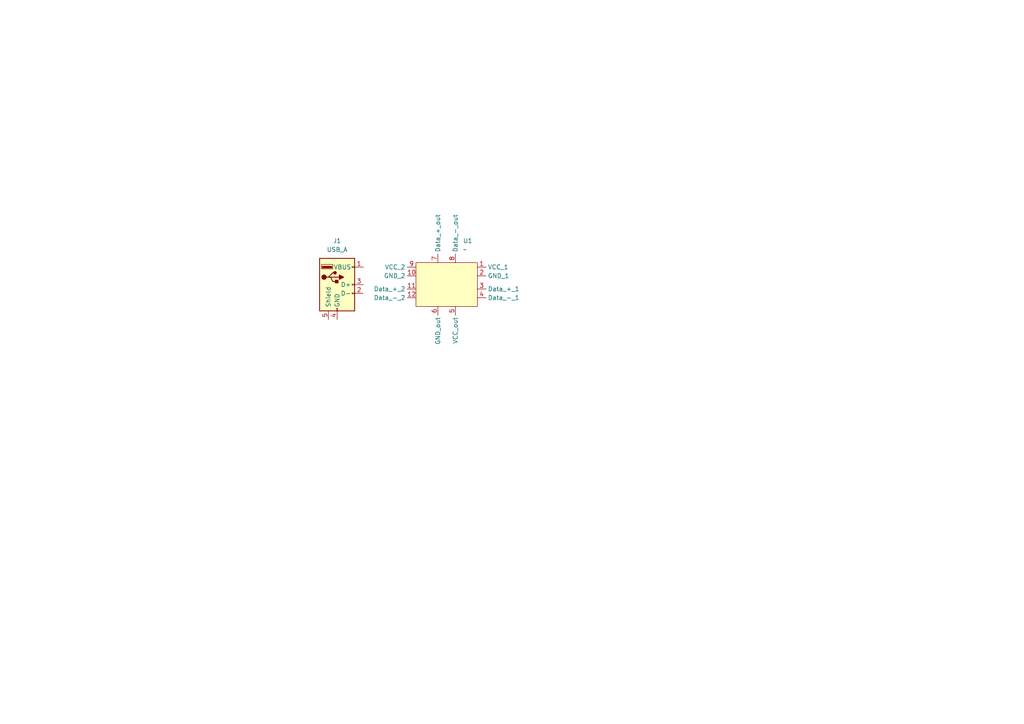
<source format=kicad_sch>
(kicad_sch (version 20231120) (generator "eeschema") (generator_version "8.0")
  (paper "A4")
  (lib_symbols
    (symbol "Connector:USB_A" (pin_names (offset 1.016))
      (property "Reference" "J" (at -5.08 11.43 0))
      (property "Value" "USB_A" (at -5.08 8.89 0))
      (symbol "USB_A_0_1"
        (rectangle (start -5.08 -7.62) (end 5.08 7.62) (stroke (width 0.254)) (fill (type background)))
        (circle (center -3.81 2.159) (radius 0.635) (stroke (width 0.254)) (fill (type outline)))
        (rectangle (start -1.524 4.826) (end -4.318 5.334) (fill (type outline)))
        (rectangle (start -1.27 4.572) (end -4.572 5.842))
        (circle (center -0.635 3.429) (radius 0.381) (stroke (width 0.254)) (fill (type outline)))
        (rectangle (start -0.127 -7.62) (end 0.127 -6.858))
        (polyline (pts (xy -3.175 2.159) (xy -2.54 2.159) (xy -1.27 3.429) (xy -0.635 3.429)) (stroke (width 0.254)))
        (polyline (pts (xy -2.54 2.159) (xy -1.905 2.159) (xy -1.27 0.889) (xy 0 0.889)) (stroke (width 0.254)))
        (polyline (pts (xy 0.635 2.794) (xy 0.635 1.524) (xy 1.905 2.159) (xy 0.635 2.794)) (stroke (width 0.254)) (fill (type outline)))
        (rectangle (start 0.254 1.27) (end -0.508 0.508) (stroke (width 0.254)) (fill (type outline)))
        (rectangle (start 5.08 -2.667) (end 4.318 -2.413))
        (rectangle (start 5.08 -0.127) (end 4.318 0.127))
        (rectangle (start 5.08 4.953) (end 4.318 5.207))
      )
      (symbol "USB_A_1_1"
        (polyline (pts (xy -1.905 2.159) (xy 0.635 2.159)) (stroke (width 0.254)))
        (pin power_in line (at 7.62 5.08 180) (length 2.54) (name "VBUS") (number "1"))
        (pin bidirectional line (at 7.62 -2.54 180) (length 2.54) (name "D-") (number "2"))
        (pin bidirectional line (at 7.62 0 180) (length 2.54) (name "D+") (number "3"))
        (pin power_in line (at 0 -10.16 90) (length 2.54) (name "GND") (number "4"))
        (pin passive line (at -2.54 -10.16 90) (length 2.54) (name "Shield") (number "5"))
      )
    )
    (symbol "mes_interrupteurs:MTS-403"
      (property "Reference" "U" (at 0 7.874 0))
      (symbol "MTS-403_1_1"
        (rectangle (start -8.89 6.35) (end 8.89 -6.35) (fill (type background)))
        (pin input line (at 8.89 5.08 0) (length 2.54) (name "VCC_1") (number "1"))
        (pin input line (at -8.89 2.54 180) (length 2.54) (name "GND_2") (number "10"))
        (pin input line (at -8.89 -1.27 180) (length 2.54) (name "Data_+_2") (number "11"))
        (pin input line (at -8.89 -3.81 180) (length 2.54) (name "Data_-_2") (number "12"))
        (pin input line (at 8.89 2.54 0) (length 2.54) (name "GND_1") (number "2"))
        (pin input line (at 8.89 -1.27 0) (length 2.54) (name "Data_+_1") (number "3"))
        (pin input line (at 8.89 -3.81 0) (length 2.54) (name "Data_-_1") (number "4"))
        (pin output line (at 2.54 -6.35 270) (length 2.54) (name "VCC_out") (number "5"))
        (pin output line (at -2.54 -6.35 270) (length 2.54) (name "GND_out") (number "6"))
        (pin output line (at -2.54 6.35 90) (length 2.54) (name "Data_+_out") (number "7"))
        (pin output line (at 2.54 6.35 90) (length 2.54) (name "Data_-_out") (number "8"))
        (pin input line (at -8.89 5.08 180) (length 2.54) (name "VCC_2") (number "9"))
      )
    )
  )
  (symbol (lib_id "Connector:USB_A") (at 97.79 82.55 0) (unit 1)
    (property "Reference" "J1" (at 97.79 69.85 0))
    (property "Value" "USB_A" (at 97.79 72.39 0))
    (property "Description" "USB Type A connector" (effects (hide yes)))
  )
  (symbol (lib_id "mes_interrupteurs:MTS-403") (at 129.54 82.55 0) (unit 1)
    (property "Reference" "U1" (at 134.2741 69.85 0) (effects (justify left)))
    (property "Value" "~" (at 134.2741 72.39 0) (effects (justify left)))
  )
)
</source>
